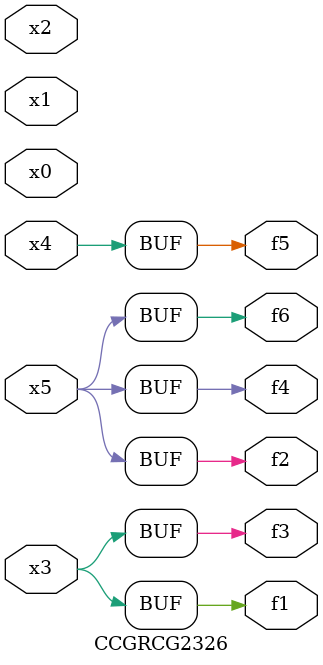
<source format=v>
module CCGRCG2326(
	input x0, x1, x2, x3, x4, x5,
	output f1, f2, f3, f4, f5, f6
);
	assign f1 = x3;
	assign f2 = x5;
	assign f3 = x3;
	assign f4 = x5;
	assign f5 = x4;
	assign f6 = x5;
endmodule

</source>
